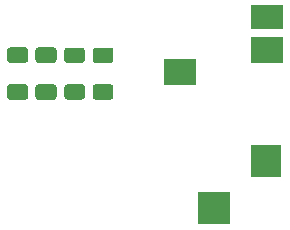
<source format=gbp>
G04 #@! TF.GenerationSoftware,KiCad,Pcbnew,(5.1.7)-1*
G04 #@! TF.CreationDate,2021-04-25T15:55:36-07:00*
G04 #@! TF.ProjectId,daughter_board,64617567-6874-4657-925f-626f6172642e,rev?*
G04 #@! TF.SameCoordinates,Original*
G04 #@! TF.FileFunction,Paste,Bot*
G04 #@! TF.FilePolarity,Positive*
%FSLAX46Y46*%
G04 Gerber Fmt 4.6, Leading zero omitted, Abs format (unit mm)*
G04 Created by KiCad (PCBNEW (5.1.7)-1) date 2021-04-25 15:55:36*
%MOMM*%
%LPD*%
G01*
G04 APERTURE LIST*
%ADD10R,2.800000X2.000000*%
%ADD11R,2.600000X2.800000*%
%ADD12R,2.800000X2.200000*%
%ADD13R,2.800000X2.800000*%
G04 APERTURE END LIST*
G36*
G01*
X161051003Y-75377000D02*
X159750997Y-75377000D01*
G75*
G02*
X159501000Y-75127003I0J249997D01*
G01*
X159501000Y-74301997D01*
G75*
G02*
X159750997Y-74052000I249997J0D01*
G01*
X161051003Y-74052000D01*
G75*
G02*
X161301000Y-74301997I0J-249997D01*
G01*
X161301000Y-75127003D01*
G75*
G02*
X161051003Y-75377000I-249997J0D01*
G01*
G37*
G36*
G01*
X161051003Y-72252000D02*
X159750997Y-72252000D01*
G75*
G02*
X159501000Y-72002003I0J249997D01*
G01*
X159501000Y-71176997D01*
G75*
G02*
X159750997Y-70927000I249997J0D01*
G01*
X161051003Y-70927000D01*
G75*
G02*
X161301000Y-71176997I0J-249997D01*
G01*
X161301000Y-72002003D01*
G75*
G02*
X161051003Y-72252000I-249997J0D01*
G01*
G37*
G36*
G01*
X163464003Y-72252000D02*
X162163997Y-72252000D01*
G75*
G02*
X161914000Y-72002003I0J249997D01*
G01*
X161914000Y-71176997D01*
G75*
G02*
X162163997Y-70927000I249997J0D01*
G01*
X163464003Y-70927000D01*
G75*
G02*
X163714000Y-71176997I0J-249997D01*
G01*
X163714000Y-72002003D01*
G75*
G02*
X163464003Y-72252000I-249997J0D01*
G01*
G37*
G36*
G01*
X163464003Y-75377000D02*
X162163997Y-75377000D01*
G75*
G02*
X161914000Y-75127003I0J249997D01*
G01*
X161914000Y-74301997D01*
G75*
G02*
X162163997Y-74052000I249997J0D01*
G01*
X163464003Y-74052000D01*
G75*
G02*
X163714000Y-74301997I0J-249997D01*
G01*
X163714000Y-75127003D01*
G75*
G02*
X163464003Y-75377000I-249997J0D01*
G01*
G37*
G36*
G01*
X168265001Y-75352000D02*
X167014999Y-75352000D01*
G75*
G02*
X166765000Y-75102001I0J249999D01*
G01*
X166765000Y-74301999D01*
G75*
G02*
X167014999Y-74052000I249999J0D01*
G01*
X168265001Y-74052000D01*
G75*
G02*
X168515000Y-74301999I0J-249999D01*
G01*
X168515000Y-75102001D01*
G75*
G02*
X168265001Y-75352000I-249999J0D01*
G01*
G37*
G36*
G01*
X168265001Y-72252000D02*
X167014999Y-72252000D01*
G75*
G02*
X166765000Y-72002001I0J249999D01*
G01*
X166765000Y-71201999D01*
G75*
G02*
X167014999Y-70952000I249999J0D01*
G01*
X168265001Y-70952000D01*
G75*
G02*
X168515000Y-71201999I0J-249999D01*
G01*
X168515000Y-72002001D01*
G75*
G02*
X168265001Y-72252000I-249999J0D01*
G01*
G37*
G36*
G01*
X165852001Y-72252000D02*
X164601999Y-72252000D01*
G75*
G02*
X164352000Y-72002001I0J249999D01*
G01*
X164352000Y-71201999D01*
G75*
G02*
X164601999Y-70952000I249999J0D01*
G01*
X165852001Y-70952000D01*
G75*
G02*
X166102000Y-71201999I0J-249999D01*
G01*
X166102000Y-72002001D01*
G75*
G02*
X165852001Y-72252000I-249999J0D01*
G01*
G37*
G36*
G01*
X165852001Y-75352000D02*
X164601999Y-75352000D01*
G75*
G02*
X164352000Y-75102001I0J249999D01*
G01*
X164352000Y-74301999D01*
G75*
G02*
X164601999Y-74052000I249999J0D01*
G01*
X165852001Y-74052000D01*
G75*
G02*
X166102000Y-74301999I0J-249999D01*
G01*
X166102000Y-75102001D01*
G75*
G02*
X165852001Y-75352000I-249999J0D01*
G01*
G37*
D10*
X181525400Y-68326100D03*
D11*
X181425400Y-80526100D03*
D12*
X174125400Y-73026100D03*
X181525400Y-71126100D03*
D13*
X177075400Y-84526100D03*
M02*

</source>
